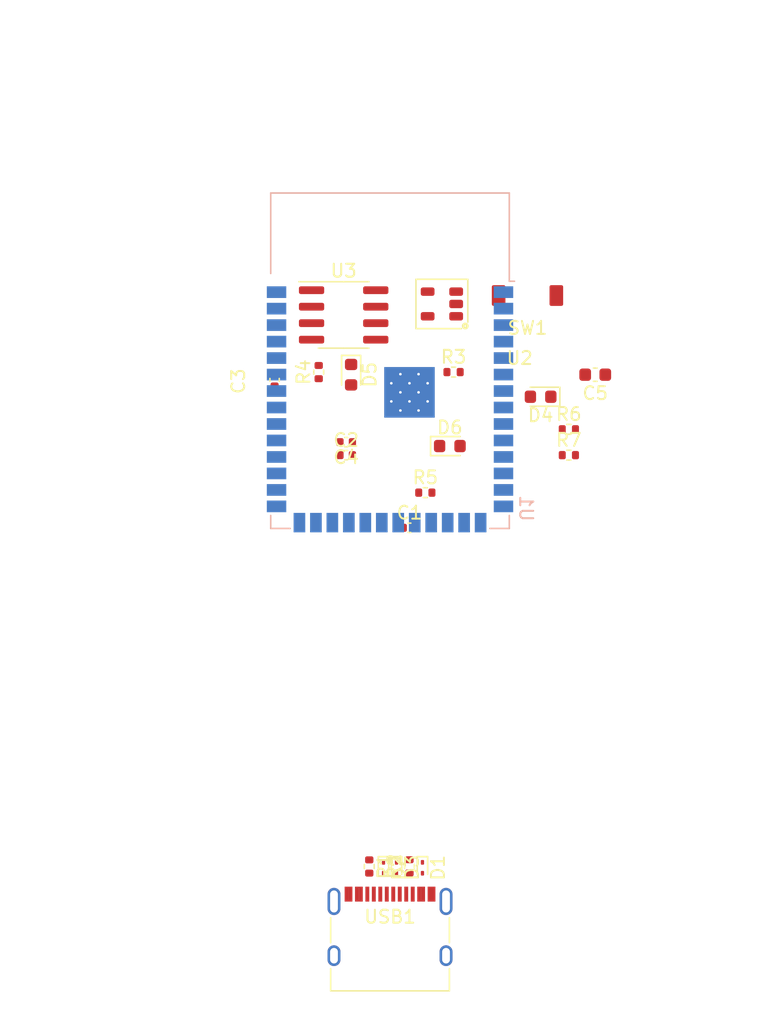
<source format=kicad_pcb>
(kicad_pcb (version 20221018) (generator pcbnew)
  (layers (0 "F.Cu" signal) (31 "B.Cu" signal) (34 "B.Paste" user) (35 "F.Paste" user) (36 "B.SilkS" user "B.Silkscreen") (37 "F.SilkS" user "F.Silkscreen") (38 "B.Mask" user) (39 "F.Mask" user) (44 "Edge.Cuts" user))
  (net 0 "")
  (net 1 "/USB_D-")
  (net 2 "/USB_D+")
  (net 9 "GND")
  (net 10 "VBUS")
  (net 11 "Net-(USB1-CC1)")
  (net 13 "Net-(USB1-CC2)")
  (net 15 "VDD")
  (net 16 "RESET")
  (net 17 "/CAN_TX")
  (net 18 "/CAN_RX")
  (net 20 "/CANL")
  (net 21 "/CANH")
  (net 22 "Net-(U2-MR)")
  (net 23 "Net-(D4-A)")
  (net 24 "Net-(D5-A)")
  (net 25 "/WDI")
  (net 26 "Net-(U1-MTDI{slash}GPIO41{slash}CLK_OUT1)")
  (net 27 "Net-(D6-A)")
  (net 28 "Net-(U1-MTMS{slash}GPIO42)")
  (net 29 "/GPIO4{slash}ADC1_CH3")
  (net 30 "/GPIO5{slash}ADC1_CH4")
  (net 31 "/GPIO6{slash}ADC1_CH5")
  (net 32 "/GPIO7{slash}ADC1_CH6")
  (net 33 "/GPIO18")
  (net 34 "/GPIO8{slash}ADC1_CH7")
  (net 35 "/GPIO3{slash}ADC1_CH2")
  (net 36 "/GPIO9{slash}ADC1_CH8")
  (net 37 "/GPIO10{slash}ADC1_CH9")
  (net 38 "/GPIO11")
  (net 39 "/GPIO12")
  (net 40 "/GPIO13")
  (net 41 "/GPIO14")
  (net 42 "/GPIO21")
  (net 43 "/GPIO47")
  (net 44 "/GPIO48")
  (net 45 "/GPIO38")
  (net 46 "/GPIO39")
  (net 47 "/GPIO40")
  (net 48 "/GPIO2{slash}ADC1_CH1")
  (net 49 "/GPIO1{slash}ADC1_CH0")
  (net 50 "I2C_SCL")
  (net 51 "I2C_SDA")
  (footprint "Resistor_SMD:R_0402_1005Metric" (layer "F.Cu") (at 146.9 96.9)
    (fp_text reference "R3" (at 0 -1.17) (layer "F.SilkS"))
    (fp_text value "470")
    (fp_line (start -0.153641 -0.38) (end 0.153641 -0.38) (stroke (width 0.12)) (layer "F.SilkS"))
    (fp_line (start -0.153641 0.38) (end 0.153641 0.38) (stroke (width 0.12)) (layer "F.SilkS"))
    (pad "1" smd roundrect (at -0.51 0) (size 0.54 0.64) (layers "F.Cu" "F.Paste" "F.Mask") (net 15 "VDD"))
    (pad "2" smd roundrect (at 0.51 0) (size 0.54 0.64) (layers "F.Cu" "F.Paste" "F.Mask") (net 23 "Net-(D4-A)"))
  )
  (footprint "Resistor_SMD:R_0402_1005Metric" (layer "F.Cu") (at 143.5 134.99 90)
    (fp_text reference "R2" (at 0 -1.17 90) (layer "F.SilkS"))
    (fp_text value "22k")
    (fp_line (start -0.153641 -0.38) (end 0.153641 -0.38) (stroke (width 0.12)) (layer "F.SilkS"))
    (fp_line (start -0.153641 0.38) (end 0.153641 0.38) (stroke (width 0.12)) (layer "F.SilkS"))
    (pad "1" smd roundrect (at -0.51 0 90) (size 0.54 0.64) (layers "F.Cu" "F.Paste" "F.Mask") (net 13 "Net-(USB1-CC2)"))
    (pad "2" smd roundrect (at 0.51 0 90) (size 0.54 0.64) (layers "F.Cu" "F.Paste" "F.Mask") (net 9 "GND"))
  )
  (footprint "Resistor_SMD:R_0402_1005Metric" (layer "F.Cu") (at 144.7225 106.19)
    (fp_text reference "R5" (at 0 -1.17) (layer "F.SilkS"))
    (fp_text value "470")
    (fp_line (start -0.153641 -0.38) (end 0.153641 -0.38) (stroke (width 0.12)) (layer "F.SilkS"))
    (fp_line (start -0.153641 0.38) (end 0.153641 0.38) (stroke (width 0.12)) (layer "F.SilkS"))
    (pad "1" smd roundrect (at -0.51 0) (size 0.54 0.64) (layers "F.Cu" "F.Paste" "F.Mask") (net 28 "Net-(U1-MTMS{slash}GPIO42)"))
    (pad "2" smd roundrect (at 0.51 0) (size 0.54 0.64) (layers "F.Cu" "F.Paste" "F.Mask") (net 27 "Net-(D6-A)"))
  )
  (footprint "Resistor_SMD:R_0402_1005Metric" (layer "F.Cu") (at 140.4 135 -90)
    (fp_text reference "R1" (at 0 -1.17 90) (layer "F.SilkS"))
    (fp_text value "22k")
    (fp_line (start -0.153641 -0.38) (end 0.153641 -0.38) (stroke (width 0.12)) (layer "F.SilkS"))
    (fp_line (start -0.153641 0.38) (end 0.153641 0.38) (stroke (width 0.12)) (layer "F.SilkS"))
    (pad "1" smd roundrect (at -0.51 0 270) (size 0.54 0.64) (layers "F.Cu" "F.Paste" "F.Mask") (net 11 "Net-(USB1-CC1)"))
    (pad "2" smd roundrect (at 0.51 0 270) (size 0.54 0.64) (layers "F.Cu" "F.Paste" "F.Mask") (net 9 "GND"))
  )
  (footprint "Resistor_SMD:R_0402_1005Metric" (layer "F.Cu") (at 155.79 101.31)
    (fp_text reference "R6" (at 0 -1.17) (layer "F.SilkS"))
    (fp_text value "10k")
    (fp_line (start -0.153641 -0.38) (end 0.153641 -0.38) (stroke (width 0.12)) (layer "F.SilkS"))
    (fp_line (start -0.153641 0.38) (end 0.153641 0.38) (stroke (width 0.12)) (layer "F.SilkS"))
    (pad "1" smd roundrect (at -0.51 0) (size 0.54 0.64) (layers "F.Cu" "F.Paste" "F.Mask") (net 15 "VDD"))
    (pad "2" smd roundrect (at 0.51 0) (size 0.54 0.64) (layers "F.Cu" "F.Paste" "F.Mask") (net 50 "I2C_SCL"))
  )
  (footprint "Resistor_SMD:R_0402_1005Metric" (layer "F.Cu") (at 155.79 103.3)
    (fp_text reference "R7" (at 0 -1.17) (layer "F.SilkS"))
    (fp_text value "10k")
    (fp_line (start -0.153641 -0.38) (end 0.153641 -0.38) (stroke (width 0.12)) (layer "F.SilkS"))
    (fp_line (start -0.153641 0.38) (end 0.153641 0.38) (stroke (width 0.12)) (layer "F.SilkS"))
    (pad "1" smd roundrect (at -0.51 0) (size 0.54 0.64) (layers "F.Cu" "F.Paste" "F.Mask") (net 15 "VDD"))
    (pad "2" smd roundrect (at 0.51 0) (size 0.54 0.64) (layers "F.Cu" "F.Paste" "F.Mask") (net 51 "I2C_SDA"))
  )
  (footprint "Diode_SMD:D_SOD-923" (layer "F.Cu") (at 142.5 135.1 -90)
    (fp_text reference "D3" (at 0 -1.2 90) (layer "F.SilkS"))
    (fp_text value "5V")
    (fp_line (start -0.86 -0.4) (end -0.86 0.4) (stroke (width 0.12)) (layer "F.SilkS"))
    (fp_line (start 0.5 -0.4) (end -0.86 -0.4) (stroke (width 0.12)) (layer "F.SilkS"))
    (fp_line (start 0.5 0.4) (end -0.86 0.4) (stroke (width 0.12)) (layer "F.SilkS"))
    (pad "1" smd roundrect (at -0.42 0 90) (size 0.36 0.25) (layers "F.Cu" "F.Paste" "F.Mask") (net 9 "GND"))
    (pad "2" smd roundrect (at 0.42 0 90) (size 0.36 0.25) (layers "F.Cu" "F.Paste" "F.Mask") (net 1 "/USB_D-"))
  )
  (footprint "PCM_Package_TO_SOT_SMD_AKL:SOT-23-5" (layer "F.Cu") (at 146 91.65 180)
    (fp_text reference "U2" (at -6 -4.17) (layer "F.SilkS"))
    (fp_text value "TPS3820" hide)
    (fp_line (start -2 -1.4) (end -2 1.9) (stroke (width 0.12)) (layer "F.SilkS"))
    (fp_line (start -2 1.9) (end 2 1.9) (stroke (width 0.12)) (layer "F.SilkS"))
    (fp_line (start 2 -1.9) (end -1.5 -1.9) (stroke (width 0.12)) (layer "F.SilkS"))
    (fp_line (start 2 1.9) (end 2 -1.9) (stroke (width 0.12)) (layer "F.SilkS"))
    (fp_circle (center -1.8 -1.7) (end -1.7365 -1.7) (stroke (width 0.2)) (fill none) (layer "F.SilkS"))
    (pad "1" smd roundrect (at -1.1 -0.95 180) (size 1.06 0.65) (layers "F.Cu" "F.Paste" "F.Mask") (net 16 "RESET"))
    (pad "2" smd roundrect (at -1.1 0 180) (size 1.06 0.65) (layers "F.Cu" "F.Paste" "F.Mask") (net 9 "GND"))
    (pad "3" smd roundrect (at -1.1 0.95 180) (size 1.06 0.65) (layers "F.Cu" "F.Paste" "F.Mask") (net 22 "Net-(U2-MR)"))
    (pad "4" smd roundrect (at 1.1 0.95 180) (size 1.06 0.65) (layers "F.Cu" "F.Paste" "F.Mask") (net 25 "/WDI"))
    (pad "5" smd roundrect (at 1.1 -0.95 180) (size 1.06 0.65) (layers "F.Cu" "F.Paste" "F.Mask") (net 15 "VDD"))
  )
  (footprint "Resistor_SMD:R_0402_1005Metric" (layer "F.Cu") (at 136.5 96.9 90)
    (fp_text reference "R4" (at 0 -1.17 90) (layer "F.SilkS"))
    (fp_text value "470")
    (fp_line (start -0.153641 -0.38) (end 0.153641 -0.38) (stroke (width 0.12)) (layer "F.SilkS"))
    (fp_line (start -0.153641 0.38) (end 0.153641 0.38) (stroke (width 0.12)) (layer "F.SilkS"))
    (pad "1" smd roundrect (at -0.51 0 90) (size 0.54 0.64) (layers "F.Cu" "F.Paste" "F.Mask") (net 26 "Net-(U1-MTDI{slash}GPIO41{slash}CLK_OUT1)"))
    (pad "2" smd roundrect (at 0.51 0 90) (size 0.54 0.64) (layers "F.Cu" "F.Paste" "F.Mask") (net 24 "Net-(D5-A)"))
  )
  (footprint "Capacitor_SMD:C_0402_1005Metric" (layer "F.Cu") (at 143.5 108.9)
    (fp_text reference "C1" (at 0 -1.16) (layer "F.SilkS"))
    (fp_text value "10uF")
    (fp_line (start -0.107836 -0.36) (end 0.107836 -0.36) (stroke (width 0.12)) (layer "F.SilkS"))
    (fp_line (start -0.107836 0.36) (end 0.107836 0.36) (stroke (width 0.12)) (layer "F.SilkS"))
    (pad "1" smd roundrect (at -0.48 0) (size 0.56 0.62) (layers "F.Cu" "F.Paste" "F.Mask") (net 15 "VDD"))
    (pad "2" smd roundrect (at 0.48 0) (size 0.56 0.62) (layers "F.Cu" "F.Paste" "F.Mask") (net 9 "GND"))
  )
  (footprint "Connector_USB:USB_C_Receptacle_XKB_U262-16XN-4BVC11" (layer "F.Cu") (at 142 140.8)
    (fp_text reference "USB1" (at 0 -1.925) (layer "F.SilkS"))
    (fp_text value "USB_C_Receptacle_USB2.0")
    (fp_line (start -4.58 -1.85) (end -4.58 0.07) (stroke (width 0.12)) (layer "F.SilkS"))
    (fp_line (start -4.58 3.785) (end -4.58 2.08) (stroke (width 0.12)) (layer "F.SilkS"))
    (fp_line (start 4.58 0.07) (end 4.58 -1.85) (stroke (width 0.12)) (layer "F.SilkS"))
    (fp_line (start 4.58 2.08) (end 4.58 3.785) (stroke (width 0.12)) (layer "F.SilkS"))
    (fp_line (start 4.58 3.785) (end -4.58 3.785) (stroke (width 0.12)) (layer "F.SilkS"))
    (pad "" np_thru_hole circle (at -2.89 -2.605) (size 0.65 0.65) (drill 0.65) (layers "*.Cu" "*.Mask"))
    (pad "" np_thru_hole circle (at 2.89 -2.605) (size 0.65 0.65) (drill 0.65) (layers "*.Cu" "*.Mask"))
    (pad "A1" smd rect (at -3.35 -3.67) (size 0.3 1.15) (layers "F.Cu" "F.Paste" "F.Mask") (net 9 "GND"))
    (pad "A4" smd rect (at -2.55 -3.67) (size 0.3 1.15) (layers "F.Cu" "F.Paste" "F.Mask") (net 10 "VBUS"))
    (pad "A5" smd rect (at -1.25 -3.67) (size 0.3 1.15) (layers "F.Cu" "F.Paste" "F.Mask") (net 11 "Net-(USB1-CC1)"))
    (pad "A6" smd rect (at -0.25 -3.67) (size 0.3 1.15) (layers "F.Cu" "F.Paste" "F.Mask") (net 2 "/USB_D+"))
    (pad "A7" smd rect (at 0.25 -3.67) (size 0.3 1.15) (layers "F.Cu" "F.Paste" "F.Mask") (net 1 "/USB_D-"))
    (pad "A8" smd rect (at 1.25 -3.67) (size 0.3 1.15) (layers "F.Cu" "F.Paste" "F.Mask"))
    (pad "A9" smd rect (at 2.55 -3.67) (size 0.3 1.15) (layers "F.Cu" "F.Paste" "F.Mask") (net 10 "VBUS"))
    (pad "A12" smd rect (at 3.35 -3.67) (size 0.3 1.15) (layers "F.Cu" "F.Paste" "F.Mask") (net 9 "GND"))
    (pad "B1" smd rect (at 3.05 -3.67) (size 0.3 1.15) (layers "F.Cu" "F.Paste" "F.Mask") (net 9 "GND"))
    (pad "B4" smd rect (at 2.25 -3.67) (size 0.3 1.15) (layers "F.Cu" "F.Paste" "F.Mask") (net 10 "VBUS"))
    (pad "B5" smd rect (at 1.75 -3.67) (size 0.3 1.15) (layers "F.Cu" "F.Paste" "F.Mask") (net 13 "Net-(USB1-CC2)"))
    (pad "B6" smd rect (at 0.75 -3.67) (size 0.3 1.15) (layers "F.Cu" "F.Paste" "F.Mask") (net 2 "/USB_D+"))
    (pad "B7" smd rect (at -0.75 -3.67) (size 0.3 1.15) (layers "F.Cu" "F.Paste" "F.Mask") (net 1 "/USB_D-"))
    (pad "B8" smd rect (at -1.75 -3.67) (size 0.3 1.15) (layers "F.Cu" "F.Paste" "F.Mask"))
    (pad "B9" smd rect (at -2.25 -3.67) (size 0.3 1.15) (layers "F.Cu" "F.Paste" "F.Mask") (net 10 "VBUS"))
    (pad "B12" smd rect (at -3.05 -3.67) (size 0.3 1.15) (layers "F.Cu" "F.Paste" "F.Mask") (net 9 "GND"))
    (pad "S1" thru_hole oval (at -4.32 -3.105) (size 1 2.1) (drill oval 0.6 1.7) (layers "*.Cu" "*.Mask") (net 9 "GND"))
    (pad "S1" thru_hole oval (at -4.32 1.075) (size 1 1.6) (drill oval 0.6 1.2) (layers "*.Cu" "*.Mask") (net 9 "GND"))
    (pad "S1" thru_hole oval (at 4.32 -3.105) (size 1 2.1) (drill oval 0.6 1.7) (layers "*.Cu" "*.Mask") (net 9 "GND"))
    (pad "S1" thru_hole oval (at 4.32 1.075) (size 1 1.6) (drill oval 0.6 1.2) (layers "*.Cu" "*.Mask") (net 9 "GND"))
  )
  (footprint "Diode_SMD:D_SOD-923" (layer "F.Cu") (at 144.5 135.1 -90)
    (fp_text reference "D1" (at 0 -1.2 90) (layer "F.SilkS"))
    (fp_text value "5V")
    (fp_line (start -0.86 -0.4) (end -0.86 0.4) (stroke (width 0.12)) (layer "F.SilkS"))
    (fp_line (start 0.5 -0.4) (end -0.86 -0.4) (stroke (width 0.12)) (layer "F.SilkS"))
    (fp_line (start 0.5 0.4) (end -0.86 0.4) (stroke (width 0.12)) (layer "F.SilkS"))
    (pad "1" smd roundrect (at -0.42 0 90) (size 0.36 0.25) (layers "F.Cu" "F.Paste" "F.Mask") (net 9 "GND"))
    (pad "2" smd roundrect (at 0.42 0 90) (size 0.36 0.25) (layers "F.Cu" "F.Paste" "F.Mask") (net 10 "VBUS"))
  )
  (footprint "Capacitor_SMD:C_0402_1005Metric" (layer "F.Cu") (at 138.62 103.3)
    (fp_text reference "C2" (at 0 -1.16) (layer "F.SilkS"))
    (fp_text value "100nF")
    (fp_line (start -0.107836 -0.36) (end 0.107836 -0.36) (stroke (width 0.12)) (layer "F.SilkS"))
    (fp_line (start -0.107836 0.36) (end 0.107836 0.36) (stroke (width 0.12)) (layer "F.SilkS"))
    (pad "1" smd roundrect (at -0.48 0) (size 0.56 0.62) (layers "F.Cu" "F.Paste" "F.Mask") (net 9 "GND"))
    (pad "2" smd roundrect (at 0.48 0) (size 0.56 0.62) (layers "F.Cu" "F.Paste" "F.Mask") (net 15 "VDD"))
  )
  (footprint "Capacitor_SMD:C_0603_1608Metric" (layer "F.Cu") (at 157.825 97.1 180)
    (fp_text reference "C5" (at 0 -1.43) (layer "F.SilkS"))
    (fp_text value "10uF")
    (fp_line (start -0.14058 -0.51) (end 0.14058 -0.51) (stroke (width 0.12)) (layer "F.SilkS"))
    (fp_line (start -0.14058 0.51) (end 0.14058 0.51) (stroke (width 0.12)) (layer "F.SilkS"))
    (pad "1" smd roundrect (at -0.775 0 180) (size 0.9 0.95) (layers "F.Cu" "F.Paste" "F.Mask") (net 9 "GND"))
    (pad "2" smd roundrect (at 0.775 0 180) (size 0.9 0.95) (layers "F.Cu" "F.Paste" "F.Mask") (net 15 "VDD"))
  )
  (footprint "LED_SMD:LED_0603_1608Metric" (layer "F.Cu") (at 153.6125 98.8 180)
    (fp_text reference "D4" (at 0 -1.43) (layer "F.SilkS"))
    (fp_text value "RESET")
    (fp_line (start -1.485 -0.735) (end -1.485 0.735) (stroke (width 0.12)) (layer "F.SilkS"))
    (fp_line (start -1.485 0.735) (end 0.8 0.735) (stroke (width 0.12)) (layer "F.SilkS"))
    (fp_line (start 0.8 -0.735) (end -1.485 -0.735) (stroke (width 0.12)) (layer "F.SilkS"))
    (pad "1" smd roundrect (at -0.7875 0 180) (size 0.875 0.95) (layers "F.Cu" "F.Paste" "F.Mask") (net 16 "RESET"))
    (pad "2" smd roundrect (at 0.7875 0 180) (size 0.875 0.95) (layers "F.Cu" "F.Paste" "F.Mask") (net 23 "Net-(D4-A)"))
  )
  (footprint "Capacitor_SMD:C_0402_1005Metric" (layer "F.Cu") (at 133.1 97.5 90)
    (fp_text reference "C3" (at -0.1 -2.8 90) (layer "F.SilkS"))
    (fp_text value "100nF")
    (fp_line (start -0.107836 -0.36) (end 0.107836 -0.36) (stroke (width 0.12)) (layer "F.SilkS"))
    (fp_line (start -0.107836 0.36) (end 0.107836 0.36) (stroke (width 0.12)) (layer "F.SilkS"))
    (pad "1" smd roundrect (at -0.48 0 90) (size 0.56 0.62) (layers "F.Cu" "F.Paste" "F.Mask") (net 9 "GND"))
    (pad "2" smd roundrect (at 0.48 0 90) (size 0.56 0.62) (layers "F.Cu" "F.Paste" "F.Mask") (net 15 "VDD"))
  )
  (footprint "Capacitor_SMD:C_0402_1005Metric" (layer "F.Cu") (at 138.62 102.3 180)
    (fp_text reference "C4" (at 0 -1.16) (layer "F.SilkS"))
    (fp_text value "100nF")
    (fp_line (start -0.107836 -0.36) (end 0.107836 -0.36) (stroke (width 0.12)) (layer "F.SilkS"))
    (fp_line (start -0.107836 0.36) (end 0.107836 0.36) (stroke (width 0.12)) (layer "F.SilkS"))
    (pad "1" smd roundrect (at -0.48 0 180) (size 0.56 0.62) (layers "F.Cu" "F.Paste" "F.Mask") (net 15 "VDD"))
    (pad "2" smd roundrect (at 0.48 0 180) (size 0.56 0.62) (layers "F.Cu" "F.Paste" "F.Mask") (net 9 "GND"))
  )
  (footprint "Package_SO:SOIC-8_3.9x4.9mm_P1.27mm" (layer "F.Cu") (at 138.425 92.495)
    (fp_text reference "U3" (at 0 -3.4) (layer "F.SilkS"))
    (fp_text value "SN65HVD230")
    (fp_line (start 0 -2.56) (end -3.45 -2.56) (stroke (width 0.12)) (layer "F.SilkS"))
    (fp_line (start 0 -2.56) (end 1.95 -2.56) (stroke (width 0.12)) (layer "F.SilkS"))
    (fp_line (start 0 2.56) (end -1.95 2.56) (stroke (width 0.12)) (layer "F.SilkS"))
    (fp_line (start 0 2.56) (end 1.95 2.56) (stroke (width 0.12)) (layer "F.SilkS"))
    (pad "1" smd roundrect (at -2.475 -1.905) (size 1.95 0.6) (layers "F.Cu" "F.Paste" "F.Mask") (net 17 "/CAN_TX"))
    (pad "2" smd roundrect (at -2.475 -0.635) (size 1.95 0.6) (layers "F.Cu" "F.Paste" "F.Mask") (net 9 "GND"))
    (pad "3" smd roundrect (at -2.475 0.635) (size 1.95 0.6) (layers "F.Cu" "F.Paste" "F.Mask") (net 15 "VDD"))
    (pad "4" smd roundrect (at -2.475 1.905) (size 1.95 0.6) (layers "F.Cu" "F.Paste" "F.Mask") (net 18 "/CAN_RX"))
    (pad "5" smd roundrect (at 2.475 1.905) (size 1.95 0.6) (layers "F.Cu" "F.Paste" "F.Mask"))
    (pad "6" smd roundrect (at 2.475 0.635) (size 1.95 0.6) (layers "F.Cu" "F.Paste" "F.Mask") (net 20 "/CANL"))
    (pad "7" smd roundrect (at 2.475 -0.635) (size 1.95 0.6) (layers "F.Cu" "F.Paste" "F.Mask") (net 21 "/CANH"))
    (pad "8" smd roundrect (at 2.475 -1.905) (size 1.95 0.6) (layers "F.Cu" "F.Paste" "F.Mask") (net 9 "GND"))
  )
  (footprint "WOBCLibrary:TVAF06-A020B-R" (layer "F.Cu") (at 152.6 91 -90)
    (fp_text reference "SW1" (at 2.5 0) (layer "F.SilkS"))
    (fp_text value "RESET")
    (pad "" np_thru_hole circle (at -0.9 0 270) (size 0.75 0.75) (drill 0.75) (layers "*.Cu" "*.Mask"))
    (pad "" np_thru_hole circle (at 0.9 0 270) (size 0.75 0.75) (drill 0.75) (layers "*.Cu" "*.Mask"))
    (pad "1" smd roundrect (at 0 2.225 270) (size 1.6 1.05) (layers "F.Cu" "F.Paste" "F.Mask") (roundrect_rratio 0.125) (net 22 "Net-(U2-MR)"))
    (pad "2" smd roundrect (at 0 -2.225 270) (size 1.6 1.05) (layers "F.Cu" "F.Paste" "F.Mask") (roundrect_rratio 0.125) (net 9 "GND"))
  )
  (footprint "LED_SMD:LED_0603_1608Metric" (layer "F.Cu") (at 146.6125 102.6)
    (fp_text reference "D6" (at 0 -1.43) (layer "F.SilkS"))
    (fp_text value "STAT")
    (fp_line (start -1.485 -0.735) (end -1.485 0.735) (stroke (width 0.12)) (layer "F.SilkS"))
    (fp_line (start -1.485 0.735) (end 0.8 0.735) (stroke (width 0.12)) (layer "F.SilkS"))
    (fp_line (start 0.8 -0.735) (end -1.485 -0.735) (stroke (width 0.12)) (layer "F.SilkS"))
    (pad "1" smd roundrect (at -0.7875 0) (size 0.875 0.95) (layers "F.Cu" "F.Paste" "F.Mask") (net 9 "GND"))
    (pad "2" smd roundrect (at 0.7875 0) (size 0.875 0.95) (layers "F.Cu" "F.Paste" "F.Mask") (net 27 "Net-(D6-A)"))
  )
  (footprint "Diode_SMD:D_SOD-923" (layer "F.Cu") (at 141.5 135.1 -90)
    (fp_text reference "D2" (at 0 -1.2 90) (layer "F.SilkS"))
    (fp_text value "5V")
    (fp_line (start -0.86 -0.4) (end -0.86 0.4) (stroke (width 0.12)) (layer "F.SilkS"))
    (fp_line (start 0.5 -0.4) (end -0.86 -0.4) (stroke (width 0.12)) (layer "F.SilkS"))
    (fp_line (start 0.5 0.4) (end -0.86 0.4) (stroke (width 0.12)) (layer "F.SilkS"))
    (pad "1" smd roundrect (at -0.42 0 90) (size 0.36 0.25) (layers "F.Cu" "F.Paste" "F.Mask") (net 9 "GND"))
    (pad "2" smd roundrect (at 0.42 0 90) (size 0.36 0.25) (layers "F.Cu" "F.Paste" "F.Mask") (net 2 "/USB_D+"))
  )
  (footprint "LED_SMD:LED_0603_1608Metric" (layer "F.Cu") (at 139 97.1 -90)
    (fp_text reference "D5" (at 0 -1.43 90) (layer "F.SilkS"))
    (fp_text value "ERROR")
    (fp_line (start -1.485 -0.735) (end -1.485 0.735) (stroke (width 0.12)) (layer "F.SilkS"))
    (fp_line (start -1.485 0.735) (end 0.8 0.735) (stroke (width 0.12)) (layer "F.SilkS"))
    (fp_line (start 0.8 -0.735) (end -1.485 -0.735) (stroke (width 0.12)) (layer "F.SilkS"))
    (pad "1" smd roundrect (at -0.7875 0 270) (size 0.875 0.95) (layers "F.Cu" "F.Paste" "F.Mask") (net 9 "GND"))
    (pad "2" smd roundrect (at 0.7875 0 270) (size 0.875 0.95) (layers "F.Cu" "F.Paste" "F.Mask") (net 24 "Net-(D5-A)"))
  )
  (footprint "RF_Module:ESP32-S3-WROOM-1" (layer "B.Cu") (at 142 96 180)
    (fp_text reference "U1" (at -10.5 -11.4 270 unlocked) (layer "B.SilkS") (effects (justify mirror)))
    (fp_text value "ESP32-S3-WROOM-1")
    (fp_line (start -9.2 -12.95) (end -7.7 -12.95) (stroke (width 0.12)) (layer "B.SilkS"))
    (fp_line (start -9.2 -11.95) (end -9.2 -12.95) (stroke (width 0.12)) (layer "B.SilkS"))
    (fp_line (start -9.2 6.1) (end -9.6 6.1) (stroke (width 0.12)) (layer "B.SilkS"))
    (fp_line (start -9.2 6.1) (end -9.2 12.9) (stroke (width 0.12)) (layer "B.SilkS"))
    (fp_line (start -9.2 12.9) (end 9.2 12.9) (stroke (width 0.12)) (layer "B.SilkS"))
    (fp_line (start 9.2 -12.95) (end 7.7 -12.95) (stroke (width 0.12)) (layer "B.SilkS"))
    (fp_line (start 9.2 -12.95) (end 9.2 -11.95) (stroke (width 0.12)) (layer "B.SilkS"))
    (fp_line (start 9.2 12.9) (end 9.2 6.7) (stroke (width 0.12)) (layer "B.SilkS"))
    (pad "1" smd rect (at -8.75 5.26 180) (size 1.5 0.9) (layers "B.Cu" "B.Paste" "B.Mask") (net 9 "GND"))
    (pad "2" smd rect (at -8.75 3.99 180) (size 1.5 0.9) (layers "B.Cu" "B.Paste" "B.Mask") (net 15 "VDD"))
    (pad "3" smd rect (at -8.75 2.72 180) (size 1.5 0.9) (layers "B.Cu" "B.Paste" "B.Mask") (net 16 "RESET"))
    (pad "4" smd rect (at -8.75 1.45 180) (size 1.5 0.9) (layers "B.Cu" "B.Paste" "B.Mask") (net 29 "/GPIO4{slash}ADC1_CH3"))
    (pad "5" smd rect (at -8.75 0.18 180) (size 1.5 0.9) (layers "B.Cu" "B.Paste" "B.Mask") (net 30 "/GPIO5{slash}ADC1_CH4"))
    (pad "6" smd rect (at -8.75 -1.09 180) (size 1.5 0.9) (layers "B.Cu" "B.Paste" "B.Mask") (net 31 "/GPIO6{slash}ADC1_CH5"))
    (pad "7" smd rect (at -8.75 -2.36 180) (size 1.5 0.9) (layers "B.Cu" "B.Paste" "B.Mask") (net 32 "/GPIO7{slash}ADC1_CH6"))
    (pad "8" smd rect (at -8.75 -3.63 180) (size 1.5 0.9) (layers "B.Cu" "B.Paste" "B.Mask") (net 25 "/WDI"))
    (pad "9" smd rect (at -8.75 -4.9 180) (size 1.5 0.9) (layers "B.Cu" "B.Paste" "B.Mask") (net 50 "I2C_SCL"))
    (pad "10" smd rect (at -8.75 -6.17 180) (size 1.5 0.9) (layers "B.Cu" "B.Paste" "B.Mask") (net 51 "I2C_SDA"))
    (pad "11" smd rect (at -8.75 -7.44 180) (size 1.5 0.9) (layers "B.Cu" "B.Paste" "B.Mask") (net 33 "/GPIO18"))
    (pad "12" smd rect (at -8.75 -8.71 180) (size 1.5 0.9) (layers "B.Cu" "B.Paste" "B.Mask") (net 34 "/GPIO8{slash}ADC1_CH7"))
    (pad "13" smd rect (at -8.75 -9.98 180) (size 1.5 0.9) (layers "B.Cu" "B.Paste" "B.Mask") (net 1 "/USB_D-"))
    (pad "14" smd rect (at -8.75 -11.25) (size 1.5 0.9) (layers "B.Cu" "B.Paste" "B.Mask") (net 2 "/USB_D+"))
    (pad "15" smd rect (at -6.985 -12.5 270) (size 1.5 0.9) (layers "B.Cu" "B.Paste" "B.Mask") (net 35 "/GPIO3{slash}ADC1_CH2"))
    (pad "16" smd rect (at -5.715 -12.5 270) (size 1.5 0.9) (layers "B.Cu" "B.Paste" "B.Mask"))
    (pad "17" smd rect (at -4.445 -12.5 270) (size 1.5 0.9) (layers "B.Cu" "B.Paste" "B.Mask") (net 36 "/GPIO9{slash}ADC1_CH8"))
    (pad "18" smd rect (at -3.175 -12.5 270) (size 1.5 0.9) (layers "B.Cu" "B.Paste" "B.Mask") (net 37 "/GPIO10{slash}ADC1_CH9"))
    (pad "19" smd rect (at -1.905 -12.5 270) (size 1.5 0.9) (layers "B.Cu" "B.Paste" "B.Mask") (net 38 "/GPIO11"))
    (pad "20" smd rect (at -0.635 -12.5 270) (size 1.5 0.9) (layers "B.Cu" "B.Paste" "B.Mask") (net 39 "/GPIO12"))
    (pad "21" smd rect (at 0.635 -12.5 270) (size 1.5 0.9) (layers "B.Cu" "B.Paste" "B.Mask") (net 40 "/GPIO13"))
    (pad "22" smd rect (at 1.905 -12.5 270) (size 1.5 0.9) (layers "B.Cu" "B.Paste" "B.Mask") (net 41 "/GPIO14"))
    (pad "23" smd rect (at 3.175 -12.5 270) (size 1.5 0.9) (layers "B.Cu" "B.Paste" "B.Mask") (net 42 "/GPIO21"))
    (pad "24" smd rect (at 4.445 -12.5 270) (size 1.5 0.9) (layers "B.Cu" "B.Paste" "B.Mask") (net 43 "/GPIO47"))
    (pad "25" smd rect (at 5.715 -12.5 270) (size 1.5 0.9) (layers "B.Cu" "B.Paste" "B.Mask") (net 44 "/GPIO48"))
    (pad "26" smd rect (at 6.985 -12.5 270) (size 1.5 0.9) (layers "B.Cu" "B.Paste" "B.Mask"))
    (pad "27" smd rect (at 8.75 -11.25 180) (size 1.5 0.9) (layers "B.Cu" "B.Paste" "B.Mask"))
    (pad "28" smd rect (at 8.75 -9.98 180) (size 1.5 0.9) (layers "B.Cu" "B.Paste" "B.Mask"))
    (pad "29" smd rect (at 8.75 -8.71 180) (size 1.5 0.9) (layers "B.Cu" "B.Paste" "B.Mask"))
    (pad "30" smd rect (at 8.75 -7.44 180) (size 1.5 0.9) (layers "B.Cu" "B.Paste" "B.Mask"))
    (pad "31" smd rect (at 8.75 -6.17 180) (size 1.5 0.9) (layers "B.Cu" "B.Paste" "B.Mask") (net 45 "/GPIO38"))
    (pad "32" smd rect (at 8.75 -4.9 180) (size 1.5 0.9) (layers "B.Cu" "B.Paste" "B.Mask") (net 46 "/GPIO39"))
    (pad "33" smd rect (at 8.75 -3.63 180) (size 1.5 0.9) (layers "B.Cu" "B.Paste" "B.Mask") (net 47 "/GPIO40"))
    (pad "34" smd rect (at 8.75 -2.36 180) (size 1.5 0.9) (layers "B.Cu" "B.Paste" "B.Mask") (net 26 "Net-(U1-MTDI{slash}GPIO41{slash}CLK_OUT1)"))
    (pad "35" smd rect (at 8.75 -1.09 180) (size 1.5 0.9) (layers "B.Cu" "B.Paste" "B.Mask") (net 28 "Net-(U1-MTMS{slash}GPIO42)"))
    (pad "36" smd rect (at 8.75 0.18 180) (size 1.5 0.9) (layers "B.Cu" "B.Paste" "B.Mask") (net 18 "/CAN_RX"))
    (pad "37" smd rect (at 8.75 1.45 180) (size 1.5 0.9) (layers "B.Cu" "B.Paste" "B.Mask") (net 17 "/CAN_TX"))
    (pad "38" smd rect (at 8.75 2.72 180) (size 1.5 0.9) (layers "B.Cu" "B.Paste" "B.Mask") (net 48 "/GPIO2{slash}ADC1_CH1"))
    (pad "39" smd rect (at 8.75 3.99 180) (size 1.5 0.9) (layers "B.Cu" "B.Paste" "B.Mask") (net 49 "/GPIO1{slash}ADC1_CH0"))
    (pad "40" smd rect (at 8.75 5.26 180) (size 1.5 0.9) (layers "B.Cu" "B.Paste" "B.Mask") (net 9 "GND"))
    (pad "41" thru_hole circle (at -2.9 -3.16 180) (size 0.6 0.6) (drill 0.2) (property pad_prop_heatsink) (layers "*.Cu" "B.Mask") (net 9 "GND"))
    (pad "41" thru_hole circle (at -2.9 -1.76 90) (size 0.6 0.6) (drill 0.2) (property pad_prop_heatsink) (layers "*.Cu" "B.Mask") (net 9 "GND"))
    (pad "41" thru_hole circle (at -2.2 -3.86 180) (size 0.6 0.6) (drill 0.2) (property pad_prop_heatsink) (layers "*.Cu" "B.Mask") (net 9 "GND"))
    (pad "41" thru_hole circle (at -2.2 -2.46 180) (size 0.6 0.6) (drill 0.2) (property pad_prop_heatsink) (layers "*.Cu" "B.Mask") (net 9 "GND"))
    (pad "41" thru_hole circle (at -2.2 -1.06 180) (size 0.6 0.6) (drill 0.2) (property pad_prop_heatsink) (layers "*.Cu" "B.Mask") (net 9 "GND"))
    (pad "41" thru_hole circle (at -1.5 -3.16 180) (size 0.6 0.6) (drill 0.2) (property pad_prop_heatsink) (layers "*.Cu" "B.Mask") (net 9 "GND"))
    (pad "41" smd rect (at -1.5 -2.46 270) (size 3.9 3.9) (layers "B.Cu" "B.Mask") (net 9 "GND"))
    (pad "41" thru_hole circle (at -1.5 -1.76 180) (size 0.6 0.6) (drill 0.2) (property pad_prop_heatsink) (layers "*.Cu" "B.Mask") (net 9 "GND"))
    (pad "41" thru_hole circle (at -0.8 -3.86 180) (size 0.6 0.6) (drill 0.2) (property pad_prop_heatsink) (layers "*.Cu" "B.Mask") (net 9 "GND"))
    (pad "41" thru_hole circle (at -0.8 -2.46 180) (size 0.6 0.6) (drill 0.2) (property pad_prop_heatsink) (layers "*.Cu" "B.Mask") (net 9 "GND"))
    (pad "41" thru_hole circle (at -0.8 -1.06 180) (size 0.6 0.6) (drill 0.2) (property pad_prop_heatsink) (layers "*.Cu" "B.Mask") (net 9 "GND"))
    (pad "41" thru_hole circle (at -0.1 -3.16 180) (size 0.6 0.6) (drill 0.2) (property pad_prop_heatsink) (layers "*.Cu" "B.Mask") (net 9 "GND"))
    (pad "41" thru_hole circle (at -0.1 -1.76 180) (size 0.6 0.6) (drill 0.2) (property pad_prop_heatsink) (layers "*.Cu" "B.Mask") (net 9 "GND"))
  )
)
</source>
